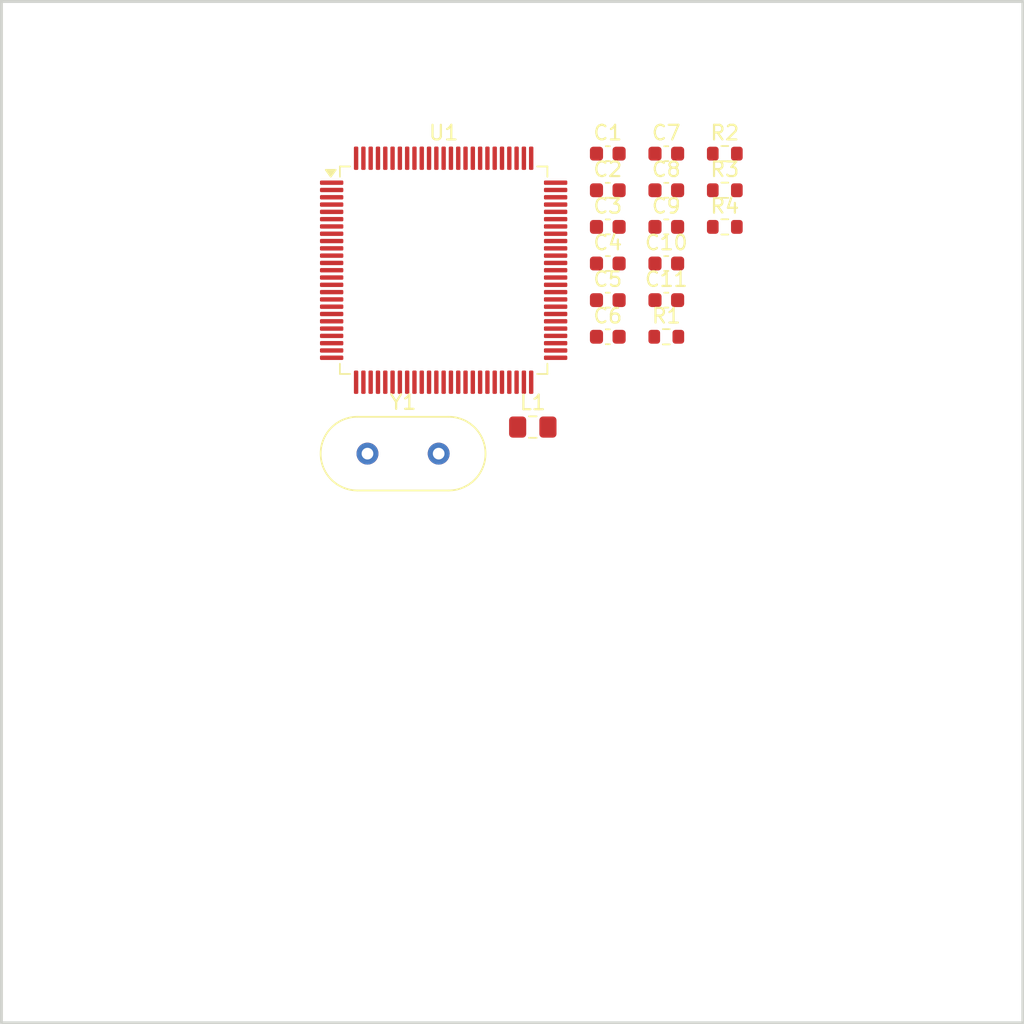
<source format=kicad_pcb>
(kicad_pcb (version 20240108) (generator "pcbnew") (generator_version "8.0")
  (layers (0 "F.Cu" signal) (31 "B.Cu" signal) (34 "B.Paste" user) (35 "F.Paste" user) (36 "B.SilkS" user "B.Silkscreen") (37 "F.SilkS" user "F.Silkscreen") (38 "B.Mask" user) (39 "F.Mask" user) (44 "Edge.Cuts" user))
  (net 0 "")
  (net 1 "Net-(U1-VCAP_1)")
  (net 2 "GND")
  (net 3 "+3.3V")
  (net 4 "Net-(C2-Pad2)")
  (net 5 "Net-(U1-VCAP_2)")
  (net 6 "Net-(U1-VBAT)")
  (net 7 "/PH0")
  (net 8 "/PH1")
  (net 9 "Net-(U1-VREF+)")
  (net 10 "/SCL")
  (net 11 "/SDA")
  (net 12 "/SWCLK")
  (net 13 "VCC")
  (net 14 "/SWDIO")
  (net 81 "/NRST")
  (footprint "Capacitor_SMD:C_0603_1608Metric" (layer "F.Cu") (at 151.37 60.08)
    (property "Reference" "C6" (at 0 -1.43 0) (layer "F.SilkS"))
    (property "Value" "100nF")
    (fp_line (start -0.14058 -0.51) (end 0.14058 -0.51) (stroke (width 0.12)) (layer "F.SilkS"))
    (fp_line (start -0.14058 0.51) (end 0.14058 0.51) (stroke (width 0.12)) (layer "F.SilkS"))
    (pad "1" smd roundrect (at -0.775 0) (size 0.9 0.95) (layers "F.Cu" "F.Paste" "F.Mask") (net 2 "GND"))
    (pad "2" smd roundrect (at 0.775 0) (size 0.9 0.95) (layers "F.Cu" "F.Paste" "F.Mask") (net 6 "Net-(U1-VBAT)"))
  )
  (footprint "Capacitor_SMD:C_0603_1608Metric" (layer "F.Cu") (at 151.37 57.57)
    (property "Reference" "C5" (at 0 -1.43 0) (layer "F.SilkS"))
    (property "Value" "100nF")
    (fp_line (start -0.14058 -0.51) (end 0.14058 -0.51) (stroke (width 0.12)) (layer "F.SilkS"))
    (fp_line (start -0.14058 0.51) (end 0.14058 0.51) (stroke (width 0.12)) (layer "F.SilkS"))
    (pad "1" smd roundrect (at -0.775 0) (size 0.9 0.95) (layers "F.Cu" "F.Paste" "F.Mask") (net 3 "+3.3V"))
    (pad "2" smd roundrect (at 0.775 0) (size 0.9 0.95) (layers "F.Cu" "F.Paste" "F.Mask") (net 2 "GND"))
  )
  (footprint "Resistor_SMD:R_0603_1608Metric" (layer "F.Cu") (at 159.39 47.53)
    (property "Reference" "R2" (at 0 -1.43 0) (layer "F.SilkS"))
    (property "Value" "4.7K")
    (fp_line (start -0.237258 -0.5225) (end 0.237258 -0.5225) (stroke (width 0.12)) (layer "F.SilkS"))
    (fp_line (start -0.237258 0.5225) (end 0.237258 0.5225) (stroke (width 0.12)) (layer "F.SilkS"))
    (pad "1" smd roundrect (at -0.825 0) (size 0.8 0.95) (layers "F.Cu" "F.Paste" "F.Mask") (net 11 "/SDA"))
    (pad "2" smd roundrect (at 0.825 0) (size 0.8 0.95) (layers "F.Cu" "F.Paste" "F.Mask") (net 3 "+3.3V"))
  )
  (footprint "Capacitor_SMD:C_0603_1608Metric" (layer "F.Cu") (at 155.38 47.53)
    (property "Reference" "C7" (at 0 -1.43 0) (layer "F.SilkS"))
    (property "Value" "100nF")
    (fp_line (start -0.14058 -0.51) (end 0.14058 -0.51) (stroke (width 0.12)) (layer "F.SilkS"))
    (fp_line (start -0.14058 0.51) (end 0.14058 0.51) (stroke (width 0.12)) (layer "F.SilkS"))
    (pad "1" smd roundrect (at -0.775 0) (size 0.9 0.95) (layers "F.Cu" "F.Paste" "F.Mask") (net 3 "+3.3V"))
    (pad "2" smd roundrect (at 0.775 0) (size 0.9 0.95) (layers "F.Cu" "F.Paste" "F.Mask") (net 2 "GND"))
  )
  (footprint "Capacitor_SMD:C_0603_1608Metric" (layer "F.Cu") (at 155.38 52.55)
    (property "Reference" "C9" (at 0 -1.43 0) (layer "F.SilkS"))
    (property "Value" "100nF")
    (fp_line (start -0.14058 -0.51) (end 0.14058 -0.51) (stroke (width 0.12)) (layer "F.SilkS"))
    (fp_line (start -0.14058 0.51) (end 0.14058 0.51) (stroke (width 0.12)) (layer "F.SilkS"))
    (pad "1" smd roundrect (at -0.775 0) (size 0.9 0.95) (layers "F.Cu" "F.Paste" "F.Mask") (net 3 "+3.3V"))
    (pad "2" smd roundrect (at 0.775 0) (size 0.9 0.95) (layers "F.Cu" "F.Paste" "F.Mask") (net 2 "GND"))
  )
  (footprint "Capacitor_SMD:C_0603_1608Metric" (layer "F.Cu") (at 155.38 57.57)
    (property "Reference" "C11" (at 0 -1.43 0) (layer "F.SilkS"))
    (property "Value" "20pF")
    (fp_line (start -0.14058 -0.51) (end 0.14058 -0.51) (stroke (width 0.12)) (layer "F.SilkS"))
    (fp_line (start -0.14058 0.51) (end 0.14058 0.51) (stroke (width 0.12)) (layer "F.SilkS"))
    (pad "1" smd roundrect (at -0.775 0) (size 0.9 0.95) (layers "F.Cu" "F.Paste" "F.Mask") (net 2 "GND"))
    (pad "2" smd roundrect (at 0.775 0) (size 0.9 0.95) (layers "F.Cu" "F.Paste" "F.Mask") (net 8 "/PH1"))
  )
  (footprint "Capacitor_SMD:C_0603_1608Metric" (layer "F.Cu") (at 155.38 55.06)
    (property "Reference" "C10" (at 0 -1.43 0) (layer "F.SilkS"))
    (property "Value" "20pF")
    (fp_line (start -0.14058 -0.51) (end 0.14058 -0.51) (stroke (width 0.12)) (layer "F.SilkS"))
    (fp_line (start -0.14058 0.51) (end 0.14058 0.51) (stroke (width 0.12)) (layer "F.SilkS"))
    (pad "1" smd roundrect (at -0.775 0) (size 0.9 0.95) (layers "F.Cu" "F.Paste" "F.Mask") (net 2 "GND"))
    (pad "2" smd roundrect (at 0.775 0) (size 0.9 0.95) (layers "F.Cu" "F.Paste" "F.Mask") (net 7 "/PH0"))
  )
  (footprint "Package_QFP:LQFP-100_14x14mm_P0.5mm" (layer "F.Cu") (at 140.12 55.52)
    (property "Reference" "U1" (at 0 -9.42 0) (layer "F.SilkS"))
    (property "Value" "STM32F407VGTx")
    (fp_line (start -7.11 -7.11) (end -7.11 -6.41) (stroke (width 0.12)) (layer "F.SilkS"))
    (fp_line (start -7.11 7.11) (end -7.11 6.41) (stroke (width 0.12)) (layer "F.SilkS"))
    (fp_line (start -6.41 -7.11) (end -7.11 -7.11) (stroke (width 0.12)) (layer "F.SilkS"))
    (fp_line (start -6.41 7.11) (end -7.11 7.11) (stroke (width 0.12)) (layer "F.SilkS"))
    (fp_line (start 6.41 -7.11) (end 7.11 -7.11) (stroke (width 0.12)) (layer "F.SilkS"))
    (fp_line (start 6.41 7.11) (end 7.11 7.11) (stroke (width 0.12)) (layer "F.SilkS"))
    (fp_line (start 7.11 -7.11) (end 7.11 -6.41) (stroke (width 0.12)) (layer "F.SilkS"))
    (fp_line (start 7.11 7.11) (end 7.11 6.41) (stroke (width 0.12)) (layer "F.SilkS"))
    (fp_poly (pts (xy -7.7375 -6.41) (xy -8.0775 -6.88) (xy -7.3975 -6.88) (xy -7.7375 -6.41)) (stroke (width 0.12)) (fill solid) (layer "F.SilkS"))
    (pad "1" smd roundrect (at -7.675 -6) (size 1.6 0.3) (layers "F.Cu" "F.Paste" "F.Mask"))
    (pad "2" smd roundrect (at -7.675 -5.5) (size 1.6 0.3) (layers "F.Cu" "F.Paste" "F.Mask"))
    (pad "3" smd roundrect (at -7.675 -5) (size 1.6 0.3) (layers "F.Cu" "F.Paste" "F.Mask"))
    (pad "4" smd roundrect (at -7.675 -4.5) (size 1.6 0.3) (layers "F.Cu" "F.Paste" "F.Mask"))
    (pad "5" smd roundrect (at -7.675 -4) (size 1.6 0.3) (layers "F.Cu" "F.Paste" "F.Mask"))
    (pad "6" smd roundrect (at -7.675 -3.5) (size 1.6 0.3) (layers "F.Cu" "F.Paste" "F.Mask") (net 6 "Net-(U1-VBAT)"))
    (pad "7" smd roundrect (at -7.675 -3) (size 1.6 0.3) (layers "F.Cu" "F.Paste" "F.Mask"))
    (pad "8" smd roundrect (at -7.675 -2.5) (size 1.6 0.3) (layers "F.Cu" "F.Paste" "F.Mask"))
    (pad "9" smd roundrect (at -7.675 -2) (size 1.6 0.3) (layers "F.Cu" "F.Paste" "F.Mask"))
    (pad "10" smd roundrect (at -7.675 -1.5) (size 1.6 0.3) (layers "F.Cu" "F.Paste" "F.Mask") (net 2 "GND"))
    (pad "11" smd roundrect (at -7.675 -1) (size 1.6 0.3) (layers "F.Cu" "F.Paste" "F.Mask") (net 3 "+3.3V"))
    (pad "12" smd roundrect (at -7.675 -0.5) (size 1.6 0.3) (layers "F.Cu" "F.Paste" "F.Mask") (net 7 "/PH0"))
    (pad "13" smd roundrect (at -7.675 0) (size 1.6 0.3) (layers "F.Cu" "F.Paste" "F.Mask") (net 8 "/PH1"))
    (pad "14" smd roundrect (at -7.675 0.5) (size 1.6 0.3) (layers "F.Cu" "F.Paste" "F.Mask") (net 81 "/NRST"))
    (pad "15" smd roundrect (at -7.675 1) (size 1.6 0.3) (layers "F.Cu" "F.Paste" "F.Mask"))
    (pad "16" smd roundrect (at -7.675 1.5) (size 1.6 0.3) (layers "F.Cu" "F.Paste" "F.Mask"))
    (pad "17" smd roundrect (at -7.675 2) (size 1.6 0.3) (layers "F.Cu" "F.Paste" "F.Mask"))
    (pad "18" smd roundrect (at -7.675 2.5) (size 1.6 0.3) (layers "F.Cu" "F.Paste" "F.Mask"))
    (pad "19" smd roundrect (at -7.675 3) (size 1.6 0.3) (layers "F.Cu" "F.Paste" "F.Mask") (net 3 "+3.3V"))
    (pad "20" smd roundrect (at -7.675 3.5) (size 1.6 0.3) (layers "F.Cu" "F.Paste" "F.Mask") (net 2 "GND"))
    (pad "21" smd roundrect (at -7.675 4) (size 1.6 0.3) (layers "F.Cu" "F.Paste" "F.Mask") (net 9 "Net-(U1-VREF+)"))
    (pad "22" smd roundrect (at -7.675 4.5) (size 1.6 0.3) (layers "F.Cu" "F.Paste" "F.Mask") (net 3 "+3.3V"))
    (pad "23" smd roundrect (at -7.675 5) (size 1.6 0.3) (layers "F.Cu" "F.Paste" "F.Mask"))
    (pad "24" smd roundrect (at -7.675 5.5) (size 1.6 0.3) (layers "F.Cu" "F.Paste" "F.Mask"))
    (pad "25" smd roundrect (at -7.675 6) (size 1.6 0.3) (layers "F.Cu" "F.Paste" "F.Mask"))
    (pad "26" smd roundrect (at -6 7.675) (size 0.3 1.6) (layers "F.Cu" "F.Paste" "F.Mask"))
    (pad "27" smd roundrect (at -5.5 7.675) (size 0.3 1.6) (layers "F.Cu" "F.Paste" "F.Mask") (net 2 "GND"))
    (pad "28" smd roundrect (at -5 7.675) (size 0.3 1.6) (layers "F.Cu" "F.Paste" "F.Mask") (net 3 "+3.3V"))
    (pad "29" smd roundrect (at -4.5 7.675) (size 0.3 1.6) (layers "F.Cu" "F.Paste" "F.Mask"))
    (pad "30" smd roundrect (at -4 7.675) (size 0.3 1.6) (layers "F.Cu" "F.Paste" "F.Mask"))
    (pad "31" smd roundrect (at -3.5 7.675) (size 0.3 1.6) (layers "F.Cu" "F.Paste" "F.Mask"))
    (pad "32" smd roundrect (at -3 7.675) (size 0.3 1.6) (layers "F.Cu" "F.Paste" "F.Mask"))
    (pad "33" smd roundrect (at -2.5 7.675) (size 0.3 1.6) (layers "F.Cu" "F.Paste" "F.Mask"))
    (pad "34" smd roundrect (at -2 7.675) (size 0.3 1.6) (layers "F.Cu" "F.Paste" "F.Mask"))
    (pad "35" smd roundrect (at -1.5 7.675) (size 0.3 1.6) (layers "F.Cu" "F.Paste" "F.Mask"))
    (pad "36" smd roundrect (at -1 7.675) (size 0.3 1.6) (layers "F.Cu" "F.Paste" "F.Mask"))
    (pad "37" smd roundrect (at -0.5 7.675) (size 0.3 1.6) (layers "F.Cu" "F.Paste" "F.Mask"))
    (pad "38" smd roundrect (at 0 7.675) (size 0.3 1.6) (layers "F.Cu" "F.Paste" "F.Mask"))
    (pad "39" smd roundrect (at 0.5 7.675) (size 0.3 1.6) (layers "F.Cu" "F.Paste" "F.Mask"))
    (pad "40" smd roundrect (at 1 7.675) (size 0.3 1.6) (layers "F.Cu" "F.Paste" "F.Mask"))
    (pad "41" smd roundrect (at 1.5 7.675) (size 0.3 1.6) (layers "F.Cu" "F.Paste" "F.Mask"))
    (pad "42" smd roundrect (at 2 7.675) (size 0.3 1.6) (layers "F.Cu" "F.Paste" "F.Mask"))
    (pad "43" smd roundrect (at 2.5 7.675) (size 0.3 1.6) (layers "F.Cu" "F.Paste" "F.Mask"))
    (pad "44" smd roundrect (at 3 7.675) (size 0.3 1.6) (layers "F.Cu" "F.Paste" "F.Mask"))
    (pad "45" smd roundrect (at 3.5 7.675) (size 0.3 1.6) (layers "F.Cu" "F.Paste" "F.Mask"))
    (pad "46" smd roundrect (at 4 7.675) (size 0.3 1.6) (layers "F.Cu" "F.Paste" "F.Mask"))
    (pad "47" smd roundrect (at 4.5 7.675) (size 0.3 1.6) (layers "F.Cu" "F.Paste" "F.Mask"))
    (pad "48" smd roundrect (at 5 7.675) (size 0.3 1.6) (layers "F.Cu" "F.Paste" "F.Mask"))
    (pad "49" smd roundrect (at 5.5 7.675) (size 0.3 1.6) (layers "F.Cu" "F.Paste" "F.Mask") (net 1 "Net-(U1-VCAP_1)"))
    (pad "50" smd roundrect (at 6 7.675) (size 0.3 1.6) (layers "F.Cu" "F.Paste" "F.Mask") (net 3 "+3.3V"))
    (pad "51" smd roundrect (at 7.675 6) (size 1.6 0.3) (layers "F.Cu" "F.Paste" "F.Mask"))
    (pad "52" smd roundrect (at 7.675 5.5) (size 1.6 0.3) (layers "F.Cu" "F.Paste" "F.Mask"))
    (pad "53" smd roundrect (at 7.675 5) (size 1.6 0.3) (layers "F.Cu" "F.Paste" "F.Mask"))
    (pad "54" smd roundrect (at 7.675 4.5) (size 1.6 0.3) (layers "F.Cu" "F.Paste" "F.Mask"))
    (pad "55" smd roundrect (at 7.675 4) (size 1.6 0.3) (layers "F.Cu" "F.Paste" "F.Mask"))
    (pad "56" smd roundrect (at 7.675 3.5) (size 1.6 0.3) (layers "F.Cu" "F.Paste" "F.Mask"))
    (pad "57" smd roundrect (at 7.675 3) (size 1.6 0.3) (layers "F.Cu" "F.Paste" "F.Mask"))
    (pad "58" smd roundrect (at 7.675 2.5) (size 1.6 0.3) (layers "F.Cu" "F.Paste" "F.Mask"))
    (pad "59" smd roundrect (at 7.675 2) (size 1.6 0.3) (layers "F.Cu" "F.Paste" "F.Mask"))
    (pad "60" smd roundrect (at 7.675 1.5) (size 1.6 0.3) (layers "F.Cu" "F.Paste" "F.Mask"))
    (pad "61" smd roundrect (at 7.675 1) (size 1.6 0.3) (layers "F.Cu" "F.Paste" "F.Mask"))
    (pad "62" smd roundrect (at 7.675 0.5) (size 1.6 0.3) (layers "F.Cu" "F.Paste" "F.Mask"))
    (pad "63" smd roundrect (at 7.675 0) (size 1.6 0.3) (layers "F.Cu" "F.Paste" "F.Mask"))
    (pad "64" smd roundrect (at 7.675 -0.5) (size 1.6 0.3) (layers "F.Cu" "F.Paste" "F.Mask"))
    (pad "65" smd roundrect (at 7.675 -1) (size 1.6 0.3) (layers "F.Cu" "F.Paste" "F.Mask"))
    (pad "66" smd roundrect (at 7.675 -1.5) (size 1.6 0.3) (layers "F.Cu" "F.Paste" "F.Mask"))
    (pad "67" smd roundrect (at 7.675 -2) (size 1.6 0.3) (layers "F.Cu" "F.Paste" "F.Mask"))
    (pad "68" smd roundrect (at 7.675 -2.5) (size 1.6 0.3) (layers "F.Cu" "F.Paste" "F.Mask"))
    (pad "69" smd roundrect (at 7.675 -3) (size 1.6 0.3) (layers "F.Cu" "F.Paste" "F.Mask"))
    (pad "70" smd roundrect (at 7.675 -3.5) (size 1.6 0.3) (layers "F.Cu" "F.Paste" "F.Mask"))
    (pad "71" smd roundrect (at 7.675 -4) (size 1.6 0.3) (layers "F.Cu" "F.Paste" "F.Mask"))
    (pad "72" smd roundrect (at 7.675 -4.5) (size 1.6 0.3) (layers "F.Cu" "F.Paste" "F.Mask") (net 14 "/SWDIO"))
    (pad "73" smd roundrect (at 7.675 -5) (size 1.6 0.3) (layers "F.Cu" "F.Paste" "F.Mask") (net 5 "Net-(U1-VCAP_2)"))
    (pad "74" smd roundrect (at 7.675 -5.5) (size 1.6 0.3) (layers "F.Cu" "F.Paste" "F.Mask") (net 2 "GND"))
    (pad "75" smd roundrect (at 7.675 -6) (size 1.6 0.3) (layers "F.Cu" "F.Paste" "F.Mask") (net 3 "+3.3V"))
    (pad "76" smd roundrect (at 6 -7.675) (size 0.3 1.6) (layers "F.Cu" "F.Paste" "F.Mask") (net 12 "/SWCLK"))
    (pad "77" smd roundrect (at 5.5 -7.675) (size 0.3 1.6) (layers "F.Cu" "F.Paste" "F.Mask"))
    (pad "78" smd roundrect (at 5 -7.675) (size 0.3 1.6) (layers "F.Cu" "F.Paste" "F.Mask"))
    (pad "79" smd roundrect (at 4.5 -7.675) (size 0.3 1.6) (layers "F.Cu" "F.Paste" "F.Mask"))
    (pad "80" smd roundrect (at 4 -7.675) (size 0.3 1.6) (layers "F.Cu" "F.Paste" "F.Mask"))
    (pad "81" smd roundrect (at 3.5 -7.675) (size 0.3 1.6) (layers "F.Cu" "F.Paste" "F.Mask"))
    (pad "82" smd roundrect (at 3 -7.675) (size 0.3 1.6) (layers "F.Cu" "F.Paste" "F.Mask"))
    (pad "83" smd roundrect (at 2.5 -7.675) (size 0.3 1.6) (layers "F.Cu" "F.Paste" "F.Mask"))
    (pad "84" smd roundrect (at 2 -7.675) (size 0.3 1.6) (layers "F.Cu" "F.Paste" "F.Mask"))
    (pad "85" smd roundrect (at 1.5 -7.675) (size 0.3 1.6) (layers "F.Cu" "F.Paste" "F.Mask"))
    (pad "86" smd roundrect (at 1 -7.675) (size 0.3 1.6) (layers "F.Cu" "F.Paste" "F.Mask"))
    (pad "87" smd roundrect (at 0.5 -7.675) (size 0.3 1.6) (layers "F.Cu" "F.Paste" "F.Mask"))
    (pad "88" smd roundrect (at 0 -7.675) (size 0.3 1.6) (layers "F.Cu" "F.Paste" "F.Mask"))
    (pad "89" smd roundrect (at -0.5 -7.675) (size 0.3 1.6) (layers "F.Cu" "F.Paste" "F.Mask"))
    (pad "90" smd roundrect (at -1 -7.675) (size 0.3 1.6) (layers "F.Cu" "F.Paste" "F.Mask"))
    (pad "91" smd roundrect (at -1.5 -7.675) (size 0.3 1.6) (layers "F.Cu" "F.Paste" "F.Mask"))
    (pad "92" smd roundrect (at -2 -7.675) (size 0.3 1.6) (layers "F.Cu" "F.Paste" "F.Mask") (net 10 "/SCL"))
    (pad "93" smd roundrect (at -2.5 -7.675) (size 0.3 1.6) (layers "F.Cu" "F.Paste" "F.Mask"))
    (pad "94" smd roundrect (at -3 -7.675) (size 0.3 1.6) (layers "F.Cu" "F.Paste" "F.Mask") (net 2 "GND"))
    (pad "95" smd roundrect (at -3.5 -7.675) (size 0.3 1.6) (layers "F.Cu" "F.Paste" "F.Mask"))
    (pad "96" smd roundrect (at -4 -7.675) (size 0.3 1.6) (layers "F.Cu" "F.Paste" "F.Mask") (net 11 "/SDA"))
    (pad "97" smd roundrect (at -4.5 -7.675) (size 0.3 1.6) (layers "F.Cu" "F.Paste" "F.Mask"))
    (pad "98" smd roundrect (at -5 -7.675) (size 0.3 1.6) (layers "F.Cu" "F.Paste" "F.Mask"))
    (pad "99" smd roundrect (at -5.5 -7.675) (size 0.3 1.6) (layers "F.Cu" "F.Paste" "F.Mask") (net 2 "GND"))
    (pad "100" smd roundrect (at -6 -7.675) (size 0.3 1.6) (layers "F.Cu" "F.Paste" "F.Mask") (net 3 "+3.3V"))
  )
  (footprint "Capacitor_SMD:C_0603_1608Metric" (layer "F.Cu") (at 151.37 50.04)
    (property "Reference" "C2" (at 0 -1.43 0) (layer "F.SilkS"))
    (property "Value" "100nF")
    (fp_line (start -0.14058 -0.51) (end 0.14058 -0.51) (stroke (width 0.12)) (layer "F.SilkS"))
    (fp_line (start -0.14058 0.51) (end 0.14058 0.51) (stroke (width 0.12)) (layer "F.SilkS"))
    (pad "1" smd roundrect (at -0.775 0) (size 0.9 0.95) (layers "F.Cu" "F.Paste" "F.Mask") (net 3 "+3.3V"))
    (pad "2" smd roundrect (at 0.775 0) (size 0.9 0.95) (layers "F.Cu" "F.Paste" "F.Mask") (net 4 "Net-(C2-Pad2)"))
  )
  (footprint "Capacitor_SMD:C_0603_1608Metric" (layer "F.Cu") (at 151.37 52.55)
    (property "Reference" "C3" (at 0 -1.43 0) (layer "F.SilkS"))
    (property "Value" "100nF")
    (fp_line (start -0.14058 -0.51) (end 0.14058 -0.51) (stroke (width 0.12)) (layer "F.SilkS"))
    (fp_line (start -0.14058 0.51) (end 0.14058 0.51) (stroke (width 0.12)) (layer "F.SilkS"))
    (pad "1" smd roundrect (at -0.775 0) (size 0.9 0.95) (layers "F.Cu" "F.Paste" "F.Mask") (net 2 "GND"))
    (pad "2" smd roundrect (at 0.775 0) (size 0.9 0.95) (layers "F.Cu" "F.Paste" "F.Mask") (net 5 "Net-(U1-VCAP_2)"))
  )
  (footprint "Capacitor_SMD:C_0603_1608Metric" (layer "F.Cu") (at 151.37 55.06)
    (property "Reference" "C4" (at 0 -1.43 0) (layer "F.SilkS"))
    (property "Value" "100nF")
    (fp_line (start -0.14058 -0.51) (end 0.14058 -0.51) (stroke (width 0.12)) (layer "F.SilkS"))
    (fp_line (start -0.14058 0.51) (end 0.14058 0.51) (stroke (width 0.12)) (layer "F.SilkS"))
    (pad "1" smd roundrect (at -0.775 0) (size 0.9 0.95) (layers "F.Cu" "F.Paste" "F.Mask") (net 3 "+3.3V"))
    (pad "2" smd roundrect (at 0.775 0) (size 0.9 0.95) (layers "F.Cu" "F.Paste" "F.Mask") (net 2 "GND"))
  )
  (footprint "Resistor_SMD:R_0603_1608Metric" (layer "F.Cu") (at 155.38 60.08)
    (property "Reference" "R1" (at 0 -1.43 0) (layer "F.SilkS"))
    (property "Value" "4.7K")
    (fp_line (start -0.237258 -0.5225) (end 0.237258 -0.5225) (stroke (width 0.12)) (layer "F.SilkS"))
    (fp_line (start -0.237258 0.5225) (end 0.237258 0.5225) (stroke (width 0.12)) (layer "F.SilkS"))
    (pad "1" smd roundrect (at -0.825 0) (size 0.8 0.95) (layers "F.Cu" "F.Paste" "F.Mask") (net 10 "/SCL"))
    (pad "2" smd roundrect (at 0.825 0) (size 0.8 0.95) (layers "F.Cu" "F.Paste" "F.Mask") (net 3 "+3.3V"))
  )
  (footprint "Capacitor_SMD:C_0603_1608Metric" (layer "F.Cu") (at 155.38 50.04)
    (property "Reference" "C8" (at 0 -1.43 0) (layer "F.SilkS"))
    (property "Value" "100nF")
    (fp_line (start -0.14058 -0.51) (end 0.14058 -0.51) (stroke (width 0.12)) (layer "F.SilkS"))
    (fp_line (start -0.14058 0.51) (end 0.14058 0.51) (stroke (width 0.12)) (layer "F.SilkS"))
    (pad "1" smd roundrect (at -0.775 0) (size 0.9 0.95) (layers "F.Cu" "F.Paste" "F.Mask") (net 3 "+3.3V"))
    (pad "2" smd roundrect (at 0.775 0) (size 0.9 0.95) (layers "F.Cu" "F.Paste" "F.Mask") (net 2 "GND"))
  )
  (footprint "Resistor_SMD:R_0603_1608Metric" (layer "F.Cu") (at 159.39 52.55)
    (property "Reference" "R4" (at 0 -1.43 0) (layer "F.SilkS"))
    (property "Value" "10K")
    (fp_line (start -0.237258 -0.5225) (end 0.237258 -0.5225) (stroke (width 0.12)) (layer "F.SilkS"))
    (fp_line (start -0.237258 0.5225) (end 0.237258 0.5225) (stroke (width 0.12)) (layer "F.SilkS"))
    (pad "1" smd roundrect (at -0.825 0) (size 0.8 0.95) (layers "F.Cu" "F.Paste" "F.Mask") (net 14 "/SWDIO"))
    (pad "2" smd roundrect (at 0.825 0) (size 0.8 0.95) (layers "F.Cu" "F.Paste" "F.Mask") (net 2 "GND"))
  )
  (footprint "Capacitor_SMD:C_0805_2012Metric_Pad1.18x1.45mm_HandSolder" (layer "F.Cu") (at 146.23 66.27)
    (property "Reference" "L1" (at 0 -1.68 0) (layer "F.SilkS"))
    (property "Value" "10uH")
    (fp_line (start -0.261252 -0.735) (end 0.261252 -0.735) (stroke (width 0.12)) (layer "F.SilkS"))
    (fp_line (start -0.261252 0.735) (end 0.261252 0.735) (stroke (width 0.12)) (layer "F.SilkS"))
    (pad "1" smd roundrect (at -1.0375 0) (size 1.175 1.45) (layers "F.Cu" "F.Paste" "F.Mask") (roundrect_rratio 0.212766) (net 4 "Net-(C2-Pad2)"))
    (pad "2" smd roundrect (at 1.0375 0) (size 1.175 1.45) (layers "F.Cu" "F.Paste" "F.Mask") (roundrect_rratio 0.212766) (net 9 "Net-(U1-VREF+)"))
  )
  (footprint "Capacitor_SMD:C_0603_1608Metric" (layer "F.Cu") (at 151.37 47.53)
    (property "Reference" "C1" (at 0 -1.43 0) (layer "F.SilkS"))
    (property "Value" "100nF")
    (fp_line (start -0.14058 -0.51) (end 0.14058 -0.51) (stroke (width 0.12)) (layer "F.SilkS"))
    (fp_line (start -0.14058 0.51) (end 0.14058 0.51) (stroke (width 0.12)) (layer "F.SilkS"))
    (pad "1" smd roundrect (at -0.775 0) (size 0.9 0.95) (layers "F.Cu" "F.Paste" "F.Mask") (net 2 "GND"))
    (pad "2" smd roundrect (at 0.775 0) (size 0.9 0.95) (layers "F.Cu" "F.Paste" "F.Mask") (net 1 "Net-(U1-VCAP_1)"))
  )
  (footprint "Resistor_SMD:R_0603_1608Metric" (layer "F.Cu") (at 159.39 50.04)
    (property "Reference" "R3" (at 0 -1.43 0) (layer "F.SilkS"))
    (property "Value" "10K")
    (fp_line (start -0.237258 -0.5225) (end 0.237258 -0.5225) (stroke (width 0.12)) (layer "F.SilkS"))
    (fp_line (start -0.237258 0.5225) (end 0.237258 0.5225) (stroke (width 0.12)) (layer "F.SilkS"))
    (pad "1" smd roundrect (at -0.825 0) (size 0.8 0.95) (layers "F.Cu" "F.Paste" "F.Mask") (net 12 "/SWCLK"))
    (pad "2" smd roundrect (at 0.825 0) (size 0.8 0.95) (layers "F.Cu" "F.Paste" "F.Mask") (net 13 "VCC"))
  )
  (footprint "Crystal:Crystal_HC49-U_Vertical" (layer "F.Cu") (at 134.9 68.09)
    (property "Reference" "Y1" (at 2.44 -3.525 0) (layer "F.SilkS"))
    (property "Value" "25MHz")
    (fp_line (start -0.685 -2.525) (end 5.565 -2.525) (stroke (width 0.12)) (layer "F.SilkS"))
    (fp_line (start -0.685 2.525) (end 5.565 2.525) (stroke (width 0.12)) (layer "F.SilkS"))
    (fp_arc (start -0.685 2.525) (mid -3.21 0) (end -0.685 -2.525) (stroke (width 0.12)) (layer "F.SilkS"))
    (fp_arc (start 5.565 -2.525) (mid 8.09 0) (end 5.565 2.525) (stroke (width 0.12)) (layer "F.SilkS"))
    (pad "1" thru_hole circle (at 0 0) (size 1.5 1.5) (drill 0.8) (layers "*.Cu" "*.Mask") (net 7 "/PH0"))
    (pad "2" thru_hole circle (at 4.88 0) (size 1.5 1.5) (drill 0.8) (layers "*.Cu" "*.Mask") (net 8 "/PH1"))
  )
  (gr_rect (start 109.815 37.1) (end 179.815 107.1) (stroke (width 0.2)) (fill none) (layer "Edge.Cuts"))
)
</source>
